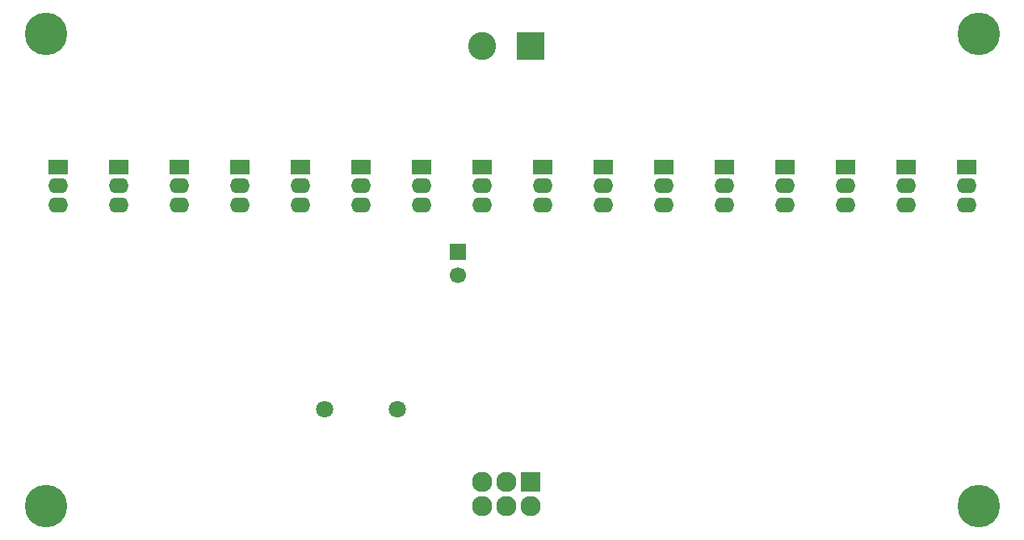
<source format=gbr>
G04 #@! TF.FileFunction,Soldermask,Top*
%FSLAX46Y46*%
G04 Gerber Fmt 4.6, Leading zero omitted, Abs format (unit mm)*
G04 Created by KiCad (PCBNEW 4.0.6+dfsg1-1) date Wed Nov  1 12:46:00 2017*
%MOMM*%
%LPD*%
G01*
G04 APERTURE LIST*
%ADD10C,0.050000*%
%ADD11R,1.700000X1.700000*%
%ADD12C,1.700000*%
%ADD13R,2.127200X2.127200*%
%ADD14O,2.127200X2.127200*%
%ADD15R,2.100000X1.600000*%
%ADD16O,2.100000X1.600000*%
%ADD17R,2.940000X2.940000*%
%ADD18C,2.940000*%
%ADD19C,1.797000*%
%ADD20C,4.464000*%
G04 APERTURE END LIST*
D10*
D11*
X138430000Y-97790000D03*
D12*
X138430000Y-100290000D03*
D13*
X146050000Y-121920000D03*
D14*
X146050000Y-124460000D03*
X143510000Y-121920000D03*
X143510000Y-124460000D03*
X140970000Y-121920000D03*
X140970000Y-124460000D03*
D15*
X191770000Y-88900000D03*
D16*
X191770000Y-90900000D03*
X191770000Y-92900000D03*
D15*
X185420000Y-88900000D03*
D16*
X185420000Y-90900000D03*
X185420000Y-92900000D03*
D15*
X179070000Y-88900000D03*
D16*
X179070000Y-90900000D03*
X179070000Y-92900000D03*
D15*
X172720000Y-88900000D03*
D16*
X172720000Y-90900000D03*
X172720000Y-92900000D03*
D15*
X166370000Y-88900000D03*
D16*
X166370000Y-90900000D03*
X166370000Y-92900000D03*
D15*
X160020000Y-88900000D03*
D16*
X160020000Y-90900000D03*
X160020000Y-92900000D03*
D15*
X153670000Y-88900000D03*
D16*
X153670000Y-90900000D03*
X153670000Y-92900000D03*
D15*
X147320000Y-88900000D03*
D16*
X147320000Y-90900000D03*
X147320000Y-92900000D03*
D15*
X140970000Y-88900000D03*
D16*
X140970000Y-90900000D03*
X140970000Y-92900000D03*
D15*
X134620000Y-88900000D03*
D16*
X134620000Y-90900000D03*
X134620000Y-92900000D03*
D15*
X128270000Y-88900000D03*
D16*
X128270000Y-90900000D03*
X128270000Y-92900000D03*
D15*
X121920000Y-88900000D03*
D16*
X121920000Y-90900000D03*
X121920000Y-92900000D03*
D17*
X146050000Y-76200000D03*
D18*
X140970000Y-76200000D03*
D15*
X115570000Y-88900000D03*
D16*
X115570000Y-90900000D03*
X115570000Y-92900000D03*
D15*
X109220000Y-88900000D03*
D16*
X109220000Y-90900000D03*
X109220000Y-92900000D03*
D15*
X102870000Y-88900000D03*
D16*
X102870000Y-90900000D03*
X102870000Y-92900000D03*
D15*
X96520000Y-88900000D03*
D16*
X96520000Y-90900000D03*
X96520000Y-92900000D03*
D19*
X132080000Y-114300000D03*
X124460000Y-114300000D03*
D20*
X95250000Y-124460000D03*
X95250000Y-74930000D03*
X193040000Y-124460000D03*
X193040000Y-74930000D03*
M02*

</source>
